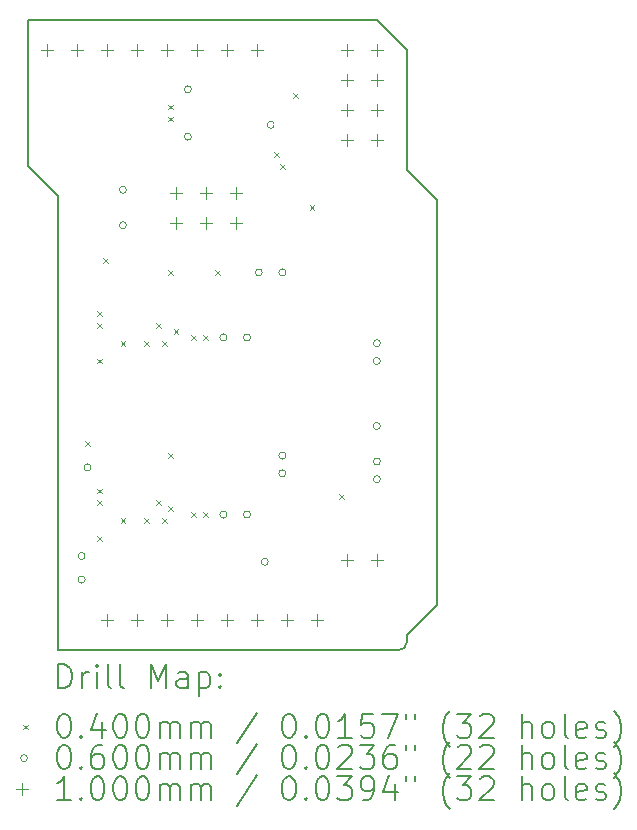
<source format=gbr>
%TF.GenerationSoftware,KiCad,Pcbnew,8.0.5*%
%TF.CreationDate,2024-09-14T16:10:26+01:00*%
%TF.ProjectId,DataShield,44617461-5368-4696-956c-642e6b696361,rev?*%
%TF.SameCoordinates,Original*%
%TF.FileFunction,Drillmap*%
%TF.FilePolarity,Positive*%
%FSLAX45Y45*%
G04 Gerber Fmt 4.5, Leading zero omitted, Abs format (unit mm)*
G04 Created by KiCad (PCBNEW 8.0.5) date 2024-09-14 16:10:26*
%MOMM*%
%LPD*%
G01*
G04 APERTURE LIST*
%ADD10C,0.150000*%
%ADD11C,0.200000*%
%ADD12C,0.100000*%
G04 APERTURE END LIST*
D10*
X16950000Y-6150000D02*
X16950000Y-10000000D01*
X19906000Y-5936000D02*
X20160000Y-6190000D01*
X20160000Y-6190000D02*
X20160000Y-9619000D01*
X16700000Y-4666000D02*
X16700000Y-5900000D01*
X19829800Y-10000000D02*
X16950000Y-10000000D01*
X16700000Y-4666000D02*
X19652000Y-4666000D01*
X20160000Y-9619000D02*
X19906000Y-9873000D01*
X19652000Y-4666000D02*
X19906000Y-4920000D01*
X19906000Y-9923800D02*
G75*
G02*
X19829800Y-10000000I-76200J0D01*
G01*
X16700000Y-5900000D02*
X16950000Y-6150000D01*
X19906000Y-4920000D02*
X19906000Y-5936000D01*
X19906000Y-9873000D02*
X19906000Y-9923800D01*
D11*
D12*
X17180000Y-8230000D02*
X17220000Y-8270000D01*
X17220000Y-8230000D02*
X17180000Y-8270000D01*
X17280000Y-7130000D02*
X17320000Y-7170000D01*
X17320000Y-7130000D02*
X17280000Y-7170000D01*
X17280000Y-7230000D02*
X17320000Y-7270000D01*
X17320000Y-7230000D02*
X17280000Y-7270000D01*
X17280000Y-7530000D02*
X17320000Y-7570000D01*
X17320000Y-7530000D02*
X17280000Y-7570000D01*
X17280000Y-8630000D02*
X17320000Y-8670000D01*
X17320000Y-8630000D02*
X17280000Y-8670000D01*
X17280000Y-8730000D02*
X17320000Y-8770000D01*
X17320000Y-8730000D02*
X17280000Y-8770000D01*
X17280000Y-9030000D02*
X17320000Y-9070000D01*
X17320000Y-9030000D02*
X17280000Y-9070000D01*
X17330000Y-6680000D02*
X17370000Y-6720000D01*
X17370000Y-6680000D02*
X17330000Y-6720000D01*
X17480000Y-7380000D02*
X17520000Y-7420000D01*
X17520000Y-7380000D02*
X17480000Y-7420000D01*
X17480000Y-8880000D02*
X17520000Y-8920000D01*
X17520000Y-8880000D02*
X17480000Y-8920000D01*
X17680000Y-7380000D02*
X17720000Y-7420000D01*
X17720000Y-7380000D02*
X17680000Y-7420000D01*
X17680000Y-8880000D02*
X17720000Y-8920000D01*
X17720000Y-8880000D02*
X17680000Y-8920000D01*
X17780000Y-7230000D02*
X17820000Y-7270000D01*
X17820000Y-7230000D02*
X17780000Y-7270000D01*
X17780000Y-8730000D02*
X17820000Y-8770000D01*
X17820000Y-8730000D02*
X17780000Y-8770000D01*
X17830000Y-7380000D02*
X17870000Y-7420000D01*
X17870000Y-7380000D02*
X17830000Y-7420000D01*
X17830000Y-8880000D02*
X17870000Y-8920000D01*
X17870000Y-8880000D02*
X17830000Y-8920000D01*
X17880000Y-5380000D02*
X17920000Y-5420000D01*
X17920000Y-5380000D02*
X17880000Y-5420000D01*
X17880000Y-5480000D02*
X17920000Y-5520000D01*
X17920000Y-5480000D02*
X17880000Y-5520000D01*
X17880000Y-6780000D02*
X17920000Y-6820000D01*
X17920000Y-6780000D02*
X17880000Y-6820000D01*
X17880000Y-8330000D02*
X17920000Y-8370000D01*
X17920000Y-8330000D02*
X17880000Y-8370000D01*
X17880000Y-8780000D02*
X17920000Y-8820000D01*
X17920000Y-8780000D02*
X17880000Y-8820000D01*
X17930000Y-7280000D02*
X17970000Y-7320000D01*
X17970000Y-7280000D02*
X17930000Y-7320000D01*
X18080000Y-7330000D02*
X18120000Y-7370000D01*
X18120000Y-7330000D02*
X18080000Y-7370000D01*
X18080000Y-8830000D02*
X18120000Y-8870000D01*
X18120000Y-8830000D02*
X18080000Y-8870000D01*
X18180000Y-7330000D02*
X18220000Y-7370000D01*
X18220000Y-7330000D02*
X18180000Y-7370000D01*
X18180000Y-8830000D02*
X18220000Y-8870000D01*
X18220000Y-8830000D02*
X18180000Y-8870000D01*
X18280000Y-6780000D02*
X18320000Y-6820000D01*
X18320000Y-6780000D02*
X18280000Y-6820000D01*
X18780000Y-5780000D02*
X18820000Y-5820000D01*
X18820000Y-5780000D02*
X18780000Y-5820000D01*
X18830000Y-5880000D02*
X18870000Y-5920000D01*
X18870000Y-5880000D02*
X18830000Y-5920000D01*
X18940000Y-5280000D02*
X18980000Y-5320000D01*
X18980000Y-5280000D02*
X18940000Y-5320000D01*
X19080000Y-6230000D02*
X19120000Y-6270000D01*
X19120000Y-6230000D02*
X19080000Y-6270000D01*
X19330000Y-8680000D02*
X19370000Y-8720000D01*
X19370000Y-8680000D02*
X19330000Y-8720000D01*
X17180000Y-9200000D02*
G75*
G02*
X17120000Y-9200000I-30000J0D01*
G01*
X17120000Y-9200000D02*
G75*
G02*
X17180000Y-9200000I30000J0D01*
G01*
X17180000Y-9400000D02*
G75*
G02*
X17120000Y-9400000I-30000J0D01*
G01*
X17120000Y-9400000D02*
G75*
G02*
X17180000Y-9400000I30000J0D01*
G01*
X17230000Y-8450000D02*
G75*
G02*
X17170000Y-8450000I-30000J0D01*
G01*
X17170000Y-8450000D02*
G75*
G02*
X17230000Y-8450000I30000J0D01*
G01*
X17530000Y-6100000D02*
G75*
G02*
X17470000Y-6100000I-30000J0D01*
G01*
X17470000Y-6100000D02*
G75*
G02*
X17530000Y-6100000I30000J0D01*
G01*
X17530000Y-6400000D02*
G75*
G02*
X17470000Y-6400000I-30000J0D01*
G01*
X17470000Y-6400000D02*
G75*
G02*
X17530000Y-6400000I30000J0D01*
G01*
X18080000Y-5250000D02*
G75*
G02*
X18020000Y-5250000I-30000J0D01*
G01*
X18020000Y-5250000D02*
G75*
G02*
X18080000Y-5250000I30000J0D01*
G01*
X18080000Y-5650000D02*
G75*
G02*
X18020000Y-5650000I-30000J0D01*
G01*
X18020000Y-5650000D02*
G75*
G02*
X18080000Y-5650000I30000J0D01*
G01*
X18380000Y-7350000D02*
G75*
G02*
X18320000Y-7350000I-30000J0D01*
G01*
X18320000Y-7350000D02*
G75*
G02*
X18380000Y-7350000I30000J0D01*
G01*
X18380000Y-8850000D02*
G75*
G02*
X18320000Y-8850000I-30000J0D01*
G01*
X18320000Y-8850000D02*
G75*
G02*
X18380000Y-8850000I30000J0D01*
G01*
X18580000Y-7350000D02*
G75*
G02*
X18520000Y-7350000I-30000J0D01*
G01*
X18520000Y-7350000D02*
G75*
G02*
X18580000Y-7350000I30000J0D01*
G01*
X18580000Y-8850000D02*
G75*
G02*
X18520000Y-8850000I-30000J0D01*
G01*
X18520000Y-8850000D02*
G75*
G02*
X18580000Y-8850000I30000J0D01*
G01*
X18680000Y-6800000D02*
G75*
G02*
X18620000Y-6800000I-30000J0D01*
G01*
X18620000Y-6800000D02*
G75*
G02*
X18680000Y-6800000I30000J0D01*
G01*
X18730000Y-9250000D02*
G75*
G02*
X18670000Y-9250000I-30000J0D01*
G01*
X18670000Y-9250000D02*
G75*
G02*
X18730000Y-9250000I30000J0D01*
G01*
X18780000Y-5550000D02*
G75*
G02*
X18720000Y-5550000I-30000J0D01*
G01*
X18720000Y-5550000D02*
G75*
G02*
X18780000Y-5550000I30000J0D01*
G01*
X18880000Y-6800000D02*
G75*
G02*
X18820000Y-6800000I-30000J0D01*
G01*
X18820000Y-6800000D02*
G75*
G02*
X18880000Y-6800000I30000J0D01*
G01*
X18880000Y-8350000D02*
G75*
G02*
X18820000Y-8350000I-30000J0D01*
G01*
X18820000Y-8350000D02*
G75*
G02*
X18880000Y-8350000I30000J0D01*
G01*
X18880000Y-8500000D02*
G75*
G02*
X18820000Y-8500000I-30000J0D01*
G01*
X18820000Y-8500000D02*
G75*
G02*
X18880000Y-8500000I30000J0D01*
G01*
X19680000Y-7400000D02*
G75*
G02*
X19620000Y-7400000I-30000J0D01*
G01*
X19620000Y-7400000D02*
G75*
G02*
X19680000Y-7400000I30000J0D01*
G01*
X19680000Y-7550000D02*
G75*
G02*
X19620000Y-7550000I-30000J0D01*
G01*
X19620000Y-7550000D02*
G75*
G02*
X19680000Y-7550000I30000J0D01*
G01*
X19680000Y-8100000D02*
G75*
G02*
X19620000Y-8100000I-30000J0D01*
G01*
X19620000Y-8100000D02*
G75*
G02*
X19680000Y-8100000I30000J0D01*
G01*
X19680000Y-8400000D02*
G75*
G02*
X19620000Y-8400000I-30000J0D01*
G01*
X19620000Y-8400000D02*
G75*
G02*
X19680000Y-8400000I30000J0D01*
G01*
X19680000Y-8550000D02*
G75*
G02*
X19620000Y-8550000I-30000J0D01*
G01*
X19620000Y-8550000D02*
G75*
G02*
X19680000Y-8550000I30000J0D01*
G01*
X16858000Y-4870000D02*
X16858000Y-4970000D01*
X16808000Y-4920000D02*
X16908000Y-4920000D01*
X17112000Y-4870000D02*
X17112000Y-4970000D01*
X17062000Y-4920000D02*
X17162000Y-4920000D01*
X17366000Y-4870000D02*
X17366000Y-4970000D01*
X17316000Y-4920000D02*
X17416000Y-4920000D01*
X17366000Y-9696000D02*
X17366000Y-9796000D01*
X17316000Y-9746000D02*
X17416000Y-9746000D01*
X17620000Y-4870000D02*
X17620000Y-4970000D01*
X17570000Y-4920000D02*
X17670000Y-4920000D01*
X17620000Y-9696000D02*
X17620000Y-9796000D01*
X17570000Y-9746000D02*
X17670000Y-9746000D01*
X17874000Y-4870000D02*
X17874000Y-4970000D01*
X17824000Y-4920000D02*
X17924000Y-4920000D01*
X17874000Y-9696000D02*
X17874000Y-9796000D01*
X17824000Y-9746000D02*
X17924000Y-9746000D01*
X17946500Y-6074750D02*
X17946500Y-6174750D01*
X17896500Y-6124750D02*
X17996500Y-6124750D01*
X17946500Y-6328750D02*
X17946500Y-6428750D01*
X17896500Y-6378750D02*
X17996500Y-6378750D01*
X18128000Y-4870000D02*
X18128000Y-4970000D01*
X18078000Y-4920000D02*
X18178000Y-4920000D01*
X18128000Y-9696000D02*
X18128000Y-9796000D01*
X18078000Y-9746000D02*
X18178000Y-9746000D01*
X18200500Y-6074750D02*
X18200500Y-6174750D01*
X18150500Y-6124750D02*
X18250500Y-6124750D01*
X18200500Y-6328750D02*
X18200500Y-6428750D01*
X18150500Y-6378750D02*
X18250500Y-6378750D01*
X18382000Y-4870000D02*
X18382000Y-4970000D01*
X18332000Y-4920000D02*
X18432000Y-4920000D01*
X18382000Y-9696000D02*
X18382000Y-9796000D01*
X18332000Y-9746000D02*
X18432000Y-9746000D01*
X18454500Y-6074750D02*
X18454500Y-6174750D01*
X18404500Y-6124750D02*
X18504500Y-6124750D01*
X18454500Y-6328750D02*
X18454500Y-6428750D01*
X18404500Y-6378750D02*
X18504500Y-6378750D01*
X18636000Y-4870000D02*
X18636000Y-4970000D01*
X18586000Y-4920000D02*
X18686000Y-4920000D01*
X18636000Y-9696000D02*
X18636000Y-9796000D01*
X18586000Y-9746000D02*
X18686000Y-9746000D01*
X18890000Y-9696000D02*
X18890000Y-9796000D01*
X18840000Y-9746000D02*
X18940000Y-9746000D01*
X19144000Y-9696000D02*
X19144000Y-9796000D01*
X19094000Y-9746000D02*
X19194000Y-9746000D01*
X19398000Y-4870000D02*
X19398000Y-4970000D01*
X19348000Y-4920000D02*
X19448000Y-4920000D01*
X19398000Y-5124000D02*
X19398000Y-5224000D01*
X19348000Y-5174000D02*
X19448000Y-5174000D01*
X19398000Y-5378000D02*
X19398000Y-5478000D01*
X19348000Y-5428000D02*
X19448000Y-5428000D01*
X19398000Y-5632000D02*
X19398000Y-5732000D01*
X19348000Y-5682000D02*
X19448000Y-5682000D01*
X19398000Y-9188000D02*
X19398000Y-9288000D01*
X19348000Y-9238000D02*
X19448000Y-9238000D01*
X19652000Y-4870000D02*
X19652000Y-4970000D01*
X19602000Y-4920000D02*
X19702000Y-4920000D01*
X19652000Y-5124000D02*
X19652000Y-5224000D01*
X19602000Y-5174000D02*
X19702000Y-5174000D01*
X19652000Y-5378000D02*
X19652000Y-5478000D01*
X19602000Y-5428000D02*
X19702000Y-5428000D01*
X19652000Y-5632000D02*
X19652000Y-5732000D01*
X19602000Y-5682000D02*
X19702000Y-5682000D01*
X19652000Y-9188000D02*
X19652000Y-9288000D01*
X19602000Y-9238000D02*
X19702000Y-9238000D01*
D11*
X16953277Y-10318984D02*
X16953277Y-10118984D01*
X16953277Y-10118984D02*
X17000896Y-10118984D01*
X17000896Y-10118984D02*
X17029467Y-10128508D01*
X17029467Y-10128508D02*
X17048515Y-10147555D01*
X17048515Y-10147555D02*
X17058039Y-10166603D01*
X17058039Y-10166603D02*
X17067563Y-10204698D01*
X17067563Y-10204698D02*
X17067563Y-10233270D01*
X17067563Y-10233270D02*
X17058039Y-10271365D01*
X17058039Y-10271365D02*
X17048515Y-10290412D01*
X17048515Y-10290412D02*
X17029467Y-10309460D01*
X17029467Y-10309460D02*
X17000896Y-10318984D01*
X17000896Y-10318984D02*
X16953277Y-10318984D01*
X17153277Y-10318984D02*
X17153277Y-10185650D01*
X17153277Y-10223746D02*
X17162801Y-10204698D01*
X17162801Y-10204698D02*
X17172324Y-10195174D01*
X17172324Y-10195174D02*
X17191372Y-10185650D01*
X17191372Y-10185650D02*
X17210420Y-10185650D01*
X17277086Y-10318984D02*
X17277086Y-10185650D01*
X17277086Y-10118984D02*
X17267563Y-10128508D01*
X17267563Y-10128508D02*
X17277086Y-10138031D01*
X17277086Y-10138031D02*
X17286610Y-10128508D01*
X17286610Y-10128508D02*
X17277086Y-10118984D01*
X17277086Y-10118984D02*
X17277086Y-10138031D01*
X17400896Y-10318984D02*
X17381848Y-10309460D01*
X17381848Y-10309460D02*
X17372324Y-10290412D01*
X17372324Y-10290412D02*
X17372324Y-10118984D01*
X17505658Y-10318984D02*
X17486610Y-10309460D01*
X17486610Y-10309460D02*
X17477086Y-10290412D01*
X17477086Y-10290412D02*
X17477086Y-10118984D01*
X17734229Y-10318984D02*
X17734229Y-10118984D01*
X17734229Y-10118984D02*
X17800896Y-10261841D01*
X17800896Y-10261841D02*
X17867563Y-10118984D01*
X17867563Y-10118984D02*
X17867563Y-10318984D01*
X18048515Y-10318984D02*
X18048515Y-10214222D01*
X18048515Y-10214222D02*
X18038991Y-10195174D01*
X18038991Y-10195174D02*
X18019944Y-10185650D01*
X18019944Y-10185650D02*
X17981848Y-10185650D01*
X17981848Y-10185650D02*
X17962801Y-10195174D01*
X18048515Y-10309460D02*
X18029467Y-10318984D01*
X18029467Y-10318984D02*
X17981848Y-10318984D01*
X17981848Y-10318984D02*
X17962801Y-10309460D01*
X17962801Y-10309460D02*
X17953277Y-10290412D01*
X17953277Y-10290412D02*
X17953277Y-10271365D01*
X17953277Y-10271365D02*
X17962801Y-10252317D01*
X17962801Y-10252317D02*
X17981848Y-10242793D01*
X17981848Y-10242793D02*
X18029467Y-10242793D01*
X18029467Y-10242793D02*
X18048515Y-10233270D01*
X18143753Y-10185650D02*
X18143753Y-10385650D01*
X18143753Y-10195174D02*
X18162801Y-10185650D01*
X18162801Y-10185650D02*
X18200896Y-10185650D01*
X18200896Y-10185650D02*
X18219944Y-10195174D01*
X18219944Y-10195174D02*
X18229467Y-10204698D01*
X18229467Y-10204698D02*
X18238991Y-10223746D01*
X18238991Y-10223746D02*
X18238991Y-10280889D01*
X18238991Y-10280889D02*
X18229467Y-10299936D01*
X18229467Y-10299936D02*
X18219944Y-10309460D01*
X18219944Y-10309460D02*
X18200896Y-10318984D01*
X18200896Y-10318984D02*
X18162801Y-10318984D01*
X18162801Y-10318984D02*
X18143753Y-10309460D01*
X18324705Y-10299936D02*
X18334229Y-10309460D01*
X18334229Y-10309460D02*
X18324705Y-10318984D01*
X18324705Y-10318984D02*
X18315182Y-10309460D01*
X18315182Y-10309460D02*
X18324705Y-10299936D01*
X18324705Y-10299936D02*
X18324705Y-10318984D01*
X18324705Y-10195174D02*
X18334229Y-10204698D01*
X18334229Y-10204698D02*
X18324705Y-10214222D01*
X18324705Y-10214222D02*
X18315182Y-10204698D01*
X18315182Y-10204698D02*
X18324705Y-10195174D01*
X18324705Y-10195174D02*
X18324705Y-10214222D01*
D12*
X16652500Y-10627500D02*
X16692500Y-10667500D01*
X16692500Y-10627500D02*
X16652500Y-10667500D01*
D11*
X16991372Y-10538984D02*
X17010420Y-10538984D01*
X17010420Y-10538984D02*
X17029467Y-10548508D01*
X17029467Y-10548508D02*
X17038991Y-10558031D01*
X17038991Y-10558031D02*
X17048515Y-10577079D01*
X17048515Y-10577079D02*
X17058039Y-10615174D01*
X17058039Y-10615174D02*
X17058039Y-10662793D01*
X17058039Y-10662793D02*
X17048515Y-10700889D01*
X17048515Y-10700889D02*
X17038991Y-10719936D01*
X17038991Y-10719936D02*
X17029467Y-10729460D01*
X17029467Y-10729460D02*
X17010420Y-10738984D01*
X17010420Y-10738984D02*
X16991372Y-10738984D01*
X16991372Y-10738984D02*
X16972324Y-10729460D01*
X16972324Y-10729460D02*
X16962801Y-10719936D01*
X16962801Y-10719936D02*
X16953277Y-10700889D01*
X16953277Y-10700889D02*
X16943753Y-10662793D01*
X16943753Y-10662793D02*
X16943753Y-10615174D01*
X16943753Y-10615174D02*
X16953277Y-10577079D01*
X16953277Y-10577079D02*
X16962801Y-10558031D01*
X16962801Y-10558031D02*
X16972324Y-10548508D01*
X16972324Y-10548508D02*
X16991372Y-10538984D01*
X17143753Y-10719936D02*
X17153277Y-10729460D01*
X17153277Y-10729460D02*
X17143753Y-10738984D01*
X17143753Y-10738984D02*
X17134229Y-10729460D01*
X17134229Y-10729460D02*
X17143753Y-10719936D01*
X17143753Y-10719936D02*
X17143753Y-10738984D01*
X17324705Y-10605650D02*
X17324705Y-10738984D01*
X17277086Y-10529460D02*
X17229467Y-10672317D01*
X17229467Y-10672317D02*
X17353277Y-10672317D01*
X17467563Y-10538984D02*
X17486610Y-10538984D01*
X17486610Y-10538984D02*
X17505658Y-10548508D01*
X17505658Y-10548508D02*
X17515182Y-10558031D01*
X17515182Y-10558031D02*
X17524705Y-10577079D01*
X17524705Y-10577079D02*
X17534229Y-10615174D01*
X17534229Y-10615174D02*
X17534229Y-10662793D01*
X17534229Y-10662793D02*
X17524705Y-10700889D01*
X17524705Y-10700889D02*
X17515182Y-10719936D01*
X17515182Y-10719936D02*
X17505658Y-10729460D01*
X17505658Y-10729460D02*
X17486610Y-10738984D01*
X17486610Y-10738984D02*
X17467563Y-10738984D01*
X17467563Y-10738984D02*
X17448515Y-10729460D01*
X17448515Y-10729460D02*
X17438991Y-10719936D01*
X17438991Y-10719936D02*
X17429467Y-10700889D01*
X17429467Y-10700889D02*
X17419944Y-10662793D01*
X17419944Y-10662793D02*
X17419944Y-10615174D01*
X17419944Y-10615174D02*
X17429467Y-10577079D01*
X17429467Y-10577079D02*
X17438991Y-10558031D01*
X17438991Y-10558031D02*
X17448515Y-10548508D01*
X17448515Y-10548508D02*
X17467563Y-10538984D01*
X17658039Y-10538984D02*
X17677086Y-10538984D01*
X17677086Y-10538984D02*
X17696134Y-10548508D01*
X17696134Y-10548508D02*
X17705658Y-10558031D01*
X17705658Y-10558031D02*
X17715182Y-10577079D01*
X17715182Y-10577079D02*
X17724705Y-10615174D01*
X17724705Y-10615174D02*
X17724705Y-10662793D01*
X17724705Y-10662793D02*
X17715182Y-10700889D01*
X17715182Y-10700889D02*
X17705658Y-10719936D01*
X17705658Y-10719936D02*
X17696134Y-10729460D01*
X17696134Y-10729460D02*
X17677086Y-10738984D01*
X17677086Y-10738984D02*
X17658039Y-10738984D01*
X17658039Y-10738984D02*
X17638991Y-10729460D01*
X17638991Y-10729460D02*
X17629467Y-10719936D01*
X17629467Y-10719936D02*
X17619944Y-10700889D01*
X17619944Y-10700889D02*
X17610420Y-10662793D01*
X17610420Y-10662793D02*
X17610420Y-10615174D01*
X17610420Y-10615174D02*
X17619944Y-10577079D01*
X17619944Y-10577079D02*
X17629467Y-10558031D01*
X17629467Y-10558031D02*
X17638991Y-10548508D01*
X17638991Y-10548508D02*
X17658039Y-10538984D01*
X17810420Y-10738984D02*
X17810420Y-10605650D01*
X17810420Y-10624698D02*
X17819944Y-10615174D01*
X17819944Y-10615174D02*
X17838991Y-10605650D01*
X17838991Y-10605650D02*
X17867563Y-10605650D01*
X17867563Y-10605650D02*
X17886610Y-10615174D01*
X17886610Y-10615174D02*
X17896134Y-10634222D01*
X17896134Y-10634222D02*
X17896134Y-10738984D01*
X17896134Y-10634222D02*
X17905658Y-10615174D01*
X17905658Y-10615174D02*
X17924705Y-10605650D01*
X17924705Y-10605650D02*
X17953277Y-10605650D01*
X17953277Y-10605650D02*
X17972325Y-10615174D01*
X17972325Y-10615174D02*
X17981848Y-10634222D01*
X17981848Y-10634222D02*
X17981848Y-10738984D01*
X18077086Y-10738984D02*
X18077086Y-10605650D01*
X18077086Y-10624698D02*
X18086610Y-10615174D01*
X18086610Y-10615174D02*
X18105658Y-10605650D01*
X18105658Y-10605650D02*
X18134229Y-10605650D01*
X18134229Y-10605650D02*
X18153277Y-10615174D01*
X18153277Y-10615174D02*
X18162801Y-10634222D01*
X18162801Y-10634222D02*
X18162801Y-10738984D01*
X18162801Y-10634222D02*
X18172325Y-10615174D01*
X18172325Y-10615174D02*
X18191372Y-10605650D01*
X18191372Y-10605650D02*
X18219944Y-10605650D01*
X18219944Y-10605650D02*
X18238991Y-10615174D01*
X18238991Y-10615174D02*
X18248515Y-10634222D01*
X18248515Y-10634222D02*
X18248515Y-10738984D01*
X18638991Y-10529460D02*
X18467563Y-10786603D01*
X18896134Y-10538984D02*
X18915182Y-10538984D01*
X18915182Y-10538984D02*
X18934229Y-10548508D01*
X18934229Y-10548508D02*
X18943753Y-10558031D01*
X18943753Y-10558031D02*
X18953277Y-10577079D01*
X18953277Y-10577079D02*
X18962801Y-10615174D01*
X18962801Y-10615174D02*
X18962801Y-10662793D01*
X18962801Y-10662793D02*
X18953277Y-10700889D01*
X18953277Y-10700889D02*
X18943753Y-10719936D01*
X18943753Y-10719936D02*
X18934229Y-10729460D01*
X18934229Y-10729460D02*
X18915182Y-10738984D01*
X18915182Y-10738984D02*
X18896134Y-10738984D01*
X18896134Y-10738984D02*
X18877087Y-10729460D01*
X18877087Y-10729460D02*
X18867563Y-10719936D01*
X18867563Y-10719936D02*
X18858039Y-10700889D01*
X18858039Y-10700889D02*
X18848515Y-10662793D01*
X18848515Y-10662793D02*
X18848515Y-10615174D01*
X18848515Y-10615174D02*
X18858039Y-10577079D01*
X18858039Y-10577079D02*
X18867563Y-10558031D01*
X18867563Y-10558031D02*
X18877087Y-10548508D01*
X18877087Y-10548508D02*
X18896134Y-10538984D01*
X19048515Y-10719936D02*
X19058039Y-10729460D01*
X19058039Y-10729460D02*
X19048515Y-10738984D01*
X19048515Y-10738984D02*
X19038991Y-10729460D01*
X19038991Y-10729460D02*
X19048515Y-10719936D01*
X19048515Y-10719936D02*
X19048515Y-10738984D01*
X19181848Y-10538984D02*
X19200896Y-10538984D01*
X19200896Y-10538984D02*
X19219944Y-10548508D01*
X19219944Y-10548508D02*
X19229468Y-10558031D01*
X19229468Y-10558031D02*
X19238991Y-10577079D01*
X19238991Y-10577079D02*
X19248515Y-10615174D01*
X19248515Y-10615174D02*
X19248515Y-10662793D01*
X19248515Y-10662793D02*
X19238991Y-10700889D01*
X19238991Y-10700889D02*
X19229468Y-10719936D01*
X19229468Y-10719936D02*
X19219944Y-10729460D01*
X19219944Y-10729460D02*
X19200896Y-10738984D01*
X19200896Y-10738984D02*
X19181848Y-10738984D01*
X19181848Y-10738984D02*
X19162801Y-10729460D01*
X19162801Y-10729460D02*
X19153277Y-10719936D01*
X19153277Y-10719936D02*
X19143753Y-10700889D01*
X19143753Y-10700889D02*
X19134229Y-10662793D01*
X19134229Y-10662793D02*
X19134229Y-10615174D01*
X19134229Y-10615174D02*
X19143753Y-10577079D01*
X19143753Y-10577079D02*
X19153277Y-10558031D01*
X19153277Y-10558031D02*
X19162801Y-10548508D01*
X19162801Y-10548508D02*
X19181848Y-10538984D01*
X19438991Y-10738984D02*
X19324706Y-10738984D01*
X19381848Y-10738984D02*
X19381848Y-10538984D01*
X19381848Y-10538984D02*
X19362801Y-10567555D01*
X19362801Y-10567555D02*
X19343753Y-10586603D01*
X19343753Y-10586603D02*
X19324706Y-10596127D01*
X19619944Y-10538984D02*
X19524706Y-10538984D01*
X19524706Y-10538984D02*
X19515182Y-10634222D01*
X19515182Y-10634222D02*
X19524706Y-10624698D01*
X19524706Y-10624698D02*
X19543753Y-10615174D01*
X19543753Y-10615174D02*
X19591372Y-10615174D01*
X19591372Y-10615174D02*
X19610420Y-10624698D01*
X19610420Y-10624698D02*
X19619944Y-10634222D01*
X19619944Y-10634222D02*
X19629468Y-10653270D01*
X19629468Y-10653270D02*
X19629468Y-10700889D01*
X19629468Y-10700889D02*
X19619944Y-10719936D01*
X19619944Y-10719936D02*
X19610420Y-10729460D01*
X19610420Y-10729460D02*
X19591372Y-10738984D01*
X19591372Y-10738984D02*
X19543753Y-10738984D01*
X19543753Y-10738984D02*
X19524706Y-10729460D01*
X19524706Y-10729460D02*
X19515182Y-10719936D01*
X19696134Y-10538984D02*
X19829468Y-10538984D01*
X19829468Y-10538984D02*
X19743753Y-10738984D01*
X19896134Y-10538984D02*
X19896134Y-10577079D01*
X19972325Y-10538984D02*
X19972325Y-10577079D01*
X20267563Y-10815174D02*
X20258039Y-10805650D01*
X20258039Y-10805650D02*
X20238991Y-10777079D01*
X20238991Y-10777079D02*
X20229468Y-10758031D01*
X20229468Y-10758031D02*
X20219944Y-10729460D01*
X20219944Y-10729460D02*
X20210420Y-10681841D01*
X20210420Y-10681841D02*
X20210420Y-10643746D01*
X20210420Y-10643746D02*
X20219944Y-10596127D01*
X20219944Y-10596127D02*
X20229468Y-10567555D01*
X20229468Y-10567555D02*
X20238991Y-10548508D01*
X20238991Y-10548508D02*
X20258039Y-10519936D01*
X20258039Y-10519936D02*
X20267563Y-10510412D01*
X20324706Y-10538984D02*
X20448515Y-10538984D01*
X20448515Y-10538984D02*
X20381849Y-10615174D01*
X20381849Y-10615174D02*
X20410420Y-10615174D01*
X20410420Y-10615174D02*
X20429468Y-10624698D01*
X20429468Y-10624698D02*
X20438991Y-10634222D01*
X20438991Y-10634222D02*
X20448515Y-10653270D01*
X20448515Y-10653270D02*
X20448515Y-10700889D01*
X20448515Y-10700889D02*
X20438991Y-10719936D01*
X20438991Y-10719936D02*
X20429468Y-10729460D01*
X20429468Y-10729460D02*
X20410420Y-10738984D01*
X20410420Y-10738984D02*
X20353277Y-10738984D01*
X20353277Y-10738984D02*
X20334230Y-10729460D01*
X20334230Y-10729460D02*
X20324706Y-10719936D01*
X20524706Y-10558031D02*
X20534230Y-10548508D01*
X20534230Y-10548508D02*
X20553277Y-10538984D01*
X20553277Y-10538984D02*
X20600896Y-10538984D01*
X20600896Y-10538984D02*
X20619944Y-10548508D01*
X20619944Y-10548508D02*
X20629468Y-10558031D01*
X20629468Y-10558031D02*
X20638991Y-10577079D01*
X20638991Y-10577079D02*
X20638991Y-10596127D01*
X20638991Y-10596127D02*
X20629468Y-10624698D01*
X20629468Y-10624698D02*
X20515182Y-10738984D01*
X20515182Y-10738984D02*
X20638991Y-10738984D01*
X20877087Y-10738984D02*
X20877087Y-10538984D01*
X20962801Y-10738984D02*
X20962801Y-10634222D01*
X20962801Y-10634222D02*
X20953277Y-10615174D01*
X20953277Y-10615174D02*
X20934230Y-10605650D01*
X20934230Y-10605650D02*
X20905658Y-10605650D01*
X20905658Y-10605650D02*
X20886611Y-10615174D01*
X20886611Y-10615174D02*
X20877087Y-10624698D01*
X21086611Y-10738984D02*
X21067563Y-10729460D01*
X21067563Y-10729460D02*
X21058039Y-10719936D01*
X21058039Y-10719936D02*
X21048515Y-10700889D01*
X21048515Y-10700889D02*
X21048515Y-10643746D01*
X21048515Y-10643746D02*
X21058039Y-10624698D01*
X21058039Y-10624698D02*
X21067563Y-10615174D01*
X21067563Y-10615174D02*
X21086611Y-10605650D01*
X21086611Y-10605650D02*
X21115182Y-10605650D01*
X21115182Y-10605650D02*
X21134230Y-10615174D01*
X21134230Y-10615174D02*
X21143753Y-10624698D01*
X21143753Y-10624698D02*
X21153277Y-10643746D01*
X21153277Y-10643746D02*
X21153277Y-10700889D01*
X21153277Y-10700889D02*
X21143753Y-10719936D01*
X21143753Y-10719936D02*
X21134230Y-10729460D01*
X21134230Y-10729460D02*
X21115182Y-10738984D01*
X21115182Y-10738984D02*
X21086611Y-10738984D01*
X21267563Y-10738984D02*
X21248515Y-10729460D01*
X21248515Y-10729460D02*
X21238992Y-10710412D01*
X21238992Y-10710412D02*
X21238992Y-10538984D01*
X21419944Y-10729460D02*
X21400896Y-10738984D01*
X21400896Y-10738984D02*
X21362801Y-10738984D01*
X21362801Y-10738984D02*
X21343753Y-10729460D01*
X21343753Y-10729460D02*
X21334230Y-10710412D01*
X21334230Y-10710412D02*
X21334230Y-10634222D01*
X21334230Y-10634222D02*
X21343753Y-10615174D01*
X21343753Y-10615174D02*
X21362801Y-10605650D01*
X21362801Y-10605650D02*
X21400896Y-10605650D01*
X21400896Y-10605650D02*
X21419944Y-10615174D01*
X21419944Y-10615174D02*
X21429468Y-10634222D01*
X21429468Y-10634222D02*
X21429468Y-10653270D01*
X21429468Y-10653270D02*
X21334230Y-10672317D01*
X21505658Y-10729460D02*
X21524706Y-10738984D01*
X21524706Y-10738984D02*
X21562801Y-10738984D01*
X21562801Y-10738984D02*
X21581849Y-10729460D01*
X21581849Y-10729460D02*
X21591373Y-10710412D01*
X21591373Y-10710412D02*
X21591373Y-10700889D01*
X21591373Y-10700889D02*
X21581849Y-10681841D01*
X21581849Y-10681841D02*
X21562801Y-10672317D01*
X21562801Y-10672317D02*
X21534230Y-10672317D01*
X21534230Y-10672317D02*
X21515182Y-10662793D01*
X21515182Y-10662793D02*
X21505658Y-10643746D01*
X21505658Y-10643746D02*
X21505658Y-10634222D01*
X21505658Y-10634222D02*
X21515182Y-10615174D01*
X21515182Y-10615174D02*
X21534230Y-10605650D01*
X21534230Y-10605650D02*
X21562801Y-10605650D01*
X21562801Y-10605650D02*
X21581849Y-10615174D01*
X21658039Y-10815174D02*
X21667563Y-10805650D01*
X21667563Y-10805650D02*
X21686611Y-10777079D01*
X21686611Y-10777079D02*
X21696134Y-10758031D01*
X21696134Y-10758031D02*
X21705658Y-10729460D01*
X21705658Y-10729460D02*
X21715182Y-10681841D01*
X21715182Y-10681841D02*
X21715182Y-10643746D01*
X21715182Y-10643746D02*
X21705658Y-10596127D01*
X21705658Y-10596127D02*
X21696134Y-10567555D01*
X21696134Y-10567555D02*
X21686611Y-10548508D01*
X21686611Y-10548508D02*
X21667563Y-10519936D01*
X21667563Y-10519936D02*
X21658039Y-10510412D01*
D12*
X16692500Y-10911500D02*
G75*
G02*
X16632500Y-10911500I-30000J0D01*
G01*
X16632500Y-10911500D02*
G75*
G02*
X16692500Y-10911500I30000J0D01*
G01*
D11*
X16991372Y-10802984D02*
X17010420Y-10802984D01*
X17010420Y-10802984D02*
X17029467Y-10812508D01*
X17029467Y-10812508D02*
X17038991Y-10822031D01*
X17038991Y-10822031D02*
X17048515Y-10841079D01*
X17048515Y-10841079D02*
X17058039Y-10879174D01*
X17058039Y-10879174D02*
X17058039Y-10926793D01*
X17058039Y-10926793D02*
X17048515Y-10964889D01*
X17048515Y-10964889D02*
X17038991Y-10983936D01*
X17038991Y-10983936D02*
X17029467Y-10993460D01*
X17029467Y-10993460D02*
X17010420Y-11002984D01*
X17010420Y-11002984D02*
X16991372Y-11002984D01*
X16991372Y-11002984D02*
X16972324Y-10993460D01*
X16972324Y-10993460D02*
X16962801Y-10983936D01*
X16962801Y-10983936D02*
X16953277Y-10964889D01*
X16953277Y-10964889D02*
X16943753Y-10926793D01*
X16943753Y-10926793D02*
X16943753Y-10879174D01*
X16943753Y-10879174D02*
X16953277Y-10841079D01*
X16953277Y-10841079D02*
X16962801Y-10822031D01*
X16962801Y-10822031D02*
X16972324Y-10812508D01*
X16972324Y-10812508D02*
X16991372Y-10802984D01*
X17143753Y-10983936D02*
X17153277Y-10993460D01*
X17153277Y-10993460D02*
X17143753Y-11002984D01*
X17143753Y-11002984D02*
X17134229Y-10993460D01*
X17134229Y-10993460D02*
X17143753Y-10983936D01*
X17143753Y-10983936D02*
X17143753Y-11002984D01*
X17324705Y-10802984D02*
X17286610Y-10802984D01*
X17286610Y-10802984D02*
X17267563Y-10812508D01*
X17267563Y-10812508D02*
X17258039Y-10822031D01*
X17258039Y-10822031D02*
X17238991Y-10850603D01*
X17238991Y-10850603D02*
X17229467Y-10888698D01*
X17229467Y-10888698D02*
X17229467Y-10964889D01*
X17229467Y-10964889D02*
X17238991Y-10983936D01*
X17238991Y-10983936D02*
X17248515Y-10993460D01*
X17248515Y-10993460D02*
X17267563Y-11002984D01*
X17267563Y-11002984D02*
X17305658Y-11002984D01*
X17305658Y-11002984D02*
X17324705Y-10993460D01*
X17324705Y-10993460D02*
X17334229Y-10983936D01*
X17334229Y-10983936D02*
X17343753Y-10964889D01*
X17343753Y-10964889D02*
X17343753Y-10917270D01*
X17343753Y-10917270D02*
X17334229Y-10898222D01*
X17334229Y-10898222D02*
X17324705Y-10888698D01*
X17324705Y-10888698D02*
X17305658Y-10879174D01*
X17305658Y-10879174D02*
X17267563Y-10879174D01*
X17267563Y-10879174D02*
X17248515Y-10888698D01*
X17248515Y-10888698D02*
X17238991Y-10898222D01*
X17238991Y-10898222D02*
X17229467Y-10917270D01*
X17467563Y-10802984D02*
X17486610Y-10802984D01*
X17486610Y-10802984D02*
X17505658Y-10812508D01*
X17505658Y-10812508D02*
X17515182Y-10822031D01*
X17515182Y-10822031D02*
X17524705Y-10841079D01*
X17524705Y-10841079D02*
X17534229Y-10879174D01*
X17534229Y-10879174D02*
X17534229Y-10926793D01*
X17534229Y-10926793D02*
X17524705Y-10964889D01*
X17524705Y-10964889D02*
X17515182Y-10983936D01*
X17515182Y-10983936D02*
X17505658Y-10993460D01*
X17505658Y-10993460D02*
X17486610Y-11002984D01*
X17486610Y-11002984D02*
X17467563Y-11002984D01*
X17467563Y-11002984D02*
X17448515Y-10993460D01*
X17448515Y-10993460D02*
X17438991Y-10983936D01*
X17438991Y-10983936D02*
X17429467Y-10964889D01*
X17429467Y-10964889D02*
X17419944Y-10926793D01*
X17419944Y-10926793D02*
X17419944Y-10879174D01*
X17419944Y-10879174D02*
X17429467Y-10841079D01*
X17429467Y-10841079D02*
X17438991Y-10822031D01*
X17438991Y-10822031D02*
X17448515Y-10812508D01*
X17448515Y-10812508D02*
X17467563Y-10802984D01*
X17658039Y-10802984D02*
X17677086Y-10802984D01*
X17677086Y-10802984D02*
X17696134Y-10812508D01*
X17696134Y-10812508D02*
X17705658Y-10822031D01*
X17705658Y-10822031D02*
X17715182Y-10841079D01*
X17715182Y-10841079D02*
X17724705Y-10879174D01*
X17724705Y-10879174D02*
X17724705Y-10926793D01*
X17724705Y-10926793D02*
X17715182Y-10964889D01*
X17715182Y-10964889D02*
X17705658Y-10983936D01*
X17705658Y-10983936D02*
X17696134Y-10993460D01*
X17696134Y-10993460D02*
X17677086Y-11002984D01*
X17677086Y-11002984D02*
X17658039Y-11002984D01*
X17658039Y-11002984D02*
X17638991Y-10993460D01*
X17638991Y-10993460D02*
X17629467Y-10983936D01*
X17629467Y-10983936D02*
X17619944Y-10964889D01*
X17619944Y-10964889D02*
X17610420Y-10926793D01*
X17610420Y-10926793D02*
X17610420Y-10879174D01*
X17610420Y-10879174D02*
X17619944Y-10841079D01*
X17619944Y-10841079D02*
X17629467Y-10822031D01*
X17629467Y-10822031D02*
X17638991Y-10812508D01*
X17638991Y-10812508D02*
X17658039Y-10802984D01*
X17810420Y-11002984D02*
X17810420Y-10869650D01*
X17810420Y-10888698D02*
X17819944Y-10879174D01*
X17819944Y-10879174D02*
X17838991Y-10869650D01*
X17838991Y-10869650D02*
X17867563Y-10869650D01*
X17867563Y-10869650D02*
X17886610Y-10879174D01*
X17886610Y-10879174D02*
X17896134Y-10898222D01*
X17896134Y-10898222D02*
X17896134Y-11002984D01*
X17896134Y-10898222D02*
X17905658Y-10879174D01*
X17905658Y-10879174D02*
X17924705Y-10869650D01*
X17924705Y-10869650D02*
X17953277Y-10869650D01*
X17953277Y-10869650D02*
X17972325Y-10879174D01*
X17972325Y-10879174D02*
X17981848Y-10898222D01*
X17981848Y-10898222D02*
X17981848Y-11002984D01*
X18077086Y-11002984D02*
X18077086Y-10869650D01*
X18077086Y-10888698D02*
X18086610Y-10879174D01*
X18086610Y-10879174D02*
X18105658Y-10869650D01*
X18105658Y-10869650D02*
X18134229Y-10869650D01*
X18134229Y-10869650D02*
X18153277Y-10879174D01*
X18153277Y-10879174D02*
X18162801Y-10898222D01*
X18162801Y-10898222D02*
X18162801Y-11002984D01*
X18162801Y-10898222D02*
X18172325Y-10879174D01*
X18172325Y-10879174D02*
X18191372Y-10869650D01*
X18191372Y-10869650D02*
X18219944Y-10869650D01*
X18219944Y-10869650D02*
X18238991Y-10879174D01*
X18238991Y-10879174D02*
X18248515Y-10898222D01*
X18248515Y-10898222D02*
X18248515Y-11002984D01*
X18638991Y-10793460D02*
X18467563Y-11050603D01*
X18896134Y-10802984D02*
X18915182Y-10802984D01*
X18915182Y-10802984D02*
X18934229Y-10812508D01*
X18934229Y-10812508D02*
X18943753Y-10822031D01*
X18943753Y-10822031D02*
X18953277Y-10841079D01*
X18953277Y-10841079D02*
X18962801Y-10879174D01*
X18962801Y-10879174D02*
X18962801Y-10926793D01*
X18962801Y-10926793D02*
X18953277Y-10964889D01*
X18953277Y-10964889D02*
X18943753Y-10983936D01*
X18943753Y-10983936D02*
X18934229Y-10993460D01*
X18934229Y-10993460D02*
X18915182Y-11002984D01*
X18915182Y-11002984D02*
X18896134Y-11002984D01*
X18896134Y-11002984D02*
X18877087Y-10993460D01*
X18877087Y-10993460D02*
X18867563Y-10983936D01*
X18867563Y-10983936D02*
X18858039Y-10964889D01*
X18858039Y-10964889D02*
X18848515Y-10926793D01*
X18848515Y-10926793D02*
X18848515Y-10879174D01*
X18848515Y-10879174D02*
X18858039Y-10841079D01*
X18858039Y-10841079D02*
X18867563Y-10822031D01*
X18867563Y-10822031D02*
X18877087Y-10812508D01*
X18877087Y-10812508D02*
X18896134Y-10802984D01*
X19048515Y-10983936D02*
X19058039Y-10993460D01*
X19058039Y-10993460D02*
X19048515Y-11002984D01*
X19048515Y-11002984D02*
X19038991Y-10993460D01*
X19038991Y-10993460D02*
X19048515Y-10983936D01*
X19048515Y-10983936D02*
X19048515Y-11002984D01*
X19181848Y-10802984D02*
X19200896Y-10802984D01*
X19200896Y-10802984D02*
X19219944Y-10812508D01*
X19219944Y-10812508D02*
X19229468Y-10822031D01*
X19229468Y-10822031D02*
X19238991Y-10841079D01*
X19238991Y-10841079D02*
X19248515Y-10879174D01*
X19248515Y-10879174D02*
X19248515Y-10926793D01*
X19248515Y-10926793D02*
X19238991Y-10964889D01*
X19238991Y-10964889D02*
X19229468Y-10983936D01*
X19229468Y-10983936D02*
X19219944Y-10993460D01*
X19219944Y-10993460D02*
X19200896Y-11002984D01*
X19200896Y-11002984D02*
X19181848Y-11002984D01*
X19181848Y-11002984D02*
X19162801Y-10993460D01*
X19162801Y-10993460D02*
X19153277Y-10983936D01*
X19153277Y-10983936D02*
X19143753Y-10964889D01*
X19143753Y-10964889D02*
X19134229Y-10926793D01*
X19134229Y-10926793D02*
X19134229Y-10879174D01*
X19134229Y-10879174D02*
X19143753Y-10841079D01*
X19143753Y-10841079D02*
X19153277Y-10822031D01*
X19153277Y-10822031D02*
X19162801Y-10812508D01*
X19162801Y-10812508D02*
X19181848Y-10802984D01*
X19324706Y-10822031D02*
X19334229Y-10812508D01*
X19334229Y-10812508D02*
X19353277Y-10802984D01*
X19353277Y-10802984D02*
X19400896Y-10802984D01*
X19400896Y-10802984D02*
X19419944Y-10812508D01*
X19419944Y-10812508D02*
X19429468Y-10822031D01*
X19429468Y-10822031D02*
X19438991Y-10841079D01*
X19438991Y-10841079D02*
X19438991Y-10860127D01*
X19438991Y-10860127D02*
X19429468Y-10888698D01*
X19429468Y-10888698D02*
X19315182Y-11002984D01*
X19315182Y-11002984D02*
X19438991Y-11002984D01*
X19505658Y-10802984D02*
X19629468Y-10802984D01*
X19629468Y-10802984D02*
X19562801Y-10879174D01*
X19562801Y-10879174D02*
X19591372Y-10879174D01*
X19591372Y-10879174D02*
X19610420Y-10888698D01*
X19610420Y-10888698D02*
X19619944Y-10898222D01*
X19619944Y-10898222D02*
X19629468Y-10917270D01*
X19629468Y-10917270D02*
X19629468Y-10964889D01*
X19629468Y-10964889D02*
X19619944Y-10983936D01*
X19619944Y-10983936D02*
X19610420Y-10993460D01*
X19610420Y-10993460D02*
X19591372Y-11002984D01*
X19591372Y-11002984D02*
X19534229Y-11002984D01*
X19534229Y-11002984D02*
X19515182Y-10993460D01*
X19515182Y-10993460D02*
X19505658Y-10983936D01*
X19800896Y-10802984D02*
X19762801Y-10802984D01*
X19762801Y-10802984D02*
X19743753Y-10812508D01*
X19743753Y-10812508D02*
X19734229Y-10822031D01*
X19734229Y-10822031D02*
X19715182Y-10850603D01*
X19715182Y-10850603D02*
X19705658Y-10888698D01*
X19705658Y-10888698D02*
X19705658Y-10964889D01*
X19705658Y-10964889D02*
X19715182Y-10983936D01*
X19715182Y-10983936D02*
X19724706Y-10993460D01*
X19724706Y-10993460D02*
X19743753Y-11002984D01*
X19743753Y-11002984D02*
X19781849Y-11002984D01*
X19781849Y-11002984D02*
X19800896Y-10993460D01*
X19800896Y-10993460D02*
X19810420Y-10983936D01*
X19810420Y-10983936D02*
X19819944Y-10964889D01*
X19819944Y-10964889D02*
X19819944Y-10917270D01*
X19819944Y-10917270D02*
X19810420Y-10898222D01*
X19810420Y-10898222D02*
X19800896Y-10888698D01*
X19800896Y-10888698D02*
X19781849Y-10879174D01*
X19781849Y-10879174D02*
X19743753Y-10879174D01*
X19743753Y-10879174D02*
X19724706Y-10888698D01*
X19724706Y-10888698D02*
X19715182Y-10898222D01*
X19715182Y-10898222D02*
X19705658Y-10917270D01*
X19896134Y-10802984D02*
X19896134Y-10841079D01*
X19972325Y-10802984D02*
X19972325Y-10841079D01*
X20267563Y-11079174D02*
X20258039Y-11069650D01*
X20258039Y-11069650D02*
X20238991Y-11041079D01*
X20238991Y-11041079D02*
X20229468Y-11022031D01*
X20229468Y-11022031D02*
X20219944Y-10993460D01*
X20219944Y-10993460D02*
X20210420Y-10945841D01*
X20210420Y-10945841D02*
X20210420Y-10907746D01*
X20210420Y-10907746D02*
X20219944Y-10860127D01*
X20219944Y-10860127D02*
X20229468Y-10831555D01*
X20229468Y-10831555D02*
X20238991Y-10812508D01*
X20238991Y-10812508D02*
X20258039Y-10783936D01*
X20258039Y-10783936D02*
X20267563Y-10774412D01*
X20334230Y-10822031D02*
X20343753Y-10812508D01*
X20343753Y-10812508D02*
X20362801Y-10802984D01*
X20362801Y-10802984D02*
X20410420Y-10802984D01*
X20410420Y-10802984D02*
X20429468Y-10812508D01*
X20429468Y-10812508D02*
X20438991Y-10822031D01*
X20438991Y-10822031D02*
X20448515Y-10841079D01*
X20448515Y-10841079D02*
X20448515Y-10860127D01*
X20448515Y-10860127D02*
X20438991Y-10888698D01*
X20438991Y-10888698D02*
X20324706Y-11002984D01*
X20324706Y-11002984D02*
X20448515Y-11002984D01*
X20524706Y-10822031D02*
X20534230Y-10812508D01*
X20534230Y-10812508D02*
X20553277Y-10802984D01*
X20553277Y-10802984D02*
X20600896Y-10802984D01*
X20600896Y-10802984D02*
X20619944Y-10812508D01*
X20619944Y-10812508D02*
X20629468Y-10822031D01*
X20629468Y-10822031D02*
X20638991Y-10841079D01*
X20638991Y-10841079D02*
X20638991Y-10860127D01*
X20638991Y-10860127D02*
X20629468Y-10888698D01*
X20629468Y-10888698D02*
X20515182Y-11002984D01*
X20515182Y-11002984D02*
X20638991Y-11002984D01*
X20877087Y-11002984D02*
X20877087Y-10802984D01*
X20962801Y-11002984D02*
X20962801Y-10898222D01*
X20962801Y-10898222D02*
X20953277Y-10879174D01*
X20953277Y-10879174D02*
X20934230Y-10869650D01*
X20934230Y-10869650D02*
X20905658Y-10869650D01*
X20905658Y-10869650D02*
X20886611Y-10879174D01*
X20886611Y-10879174D02*
X20877087Y-10888698D01*
X21086611Y-11002984D02*
X21067563Y-10993460D01*
X21067563Y-10993460D02*
X21058039Y-10983936D01*
X21058039Y-10983936D02*
X21048515Y-10964889D01*
X21048515Y-10964889D02*
X21048515Y-10907746D01*
X21048515Y-10907746D02*
X21058039Y-10888698D01*
X21058039Y-10888698D02*
X21067563Y-10879174D01*
X21067563Y-10879174D02*
X21086611Y-10869650D01*
X21086611Y-10869650D02*
X21115182Y-10869650D01*
X21115182Y-10869650D02*
X21134230Y-10879174D01*
X21134230Y-10879174D02*
X21143753Y-10888698D01*
X21143753Y-10888698D02*
X21153277Y-10907746D01*
X21153277Y-10907746D02*
X21153277Y-10964889D01*
X21153277Y-10964889D02*
X21143753Y-10983936D01*
X21143753Y-10983936D02*
X21134230Y-10993460D01*
X21134230Y-10993460D02*
X21115182Y-11002984D01*
X21115182Y-11002984D02*
X21086611Y-11002984D01*
X21267563Y-11002984D02*
X21248515Y-10993460D01*
X21248515Y-10993460D02*
X21238992Y-10974412D01*
X21238992Y-10974412D02*
X21238992Y-10802984D01*
X21419944Y-10993460D02*
X21400896Y-11002984D01*
X21400896Y-11002984D02*
X21362801Y-11002984D01*
X21362801Y-11002984D02*
X21343753Y-10993460D01*
X21343753Y-10993460D02*
X21334230Y-10974412D01*
X21334230Y-10974412D02*
X21334230Y-10898222D01*
X21334230Y-10898222D02*
X21343753Y-10879174D01*
X21343753Y-10879174D02*
X21362801Y-10869650D01*
X21362801Y-10869650D02*
X21400896Y-10869650D01*
X21400896Y-10869650D02*
X21419944Y-10879174D01*
X21419944Y-10879174D02*
X21429468Y-10898222D01*
X21429468Y-10898222D02*
X21429468Y-10917270D01*
X21429468Y-10917270D02*
X21334230Y-10936317D01*
X21505658Y-10993460D02*
X21524706Y-11002984D01*
X21524706Y-11002984D02*
X21562801Y-11002984D01*
X21562801Y-11002984D02*
X21581849Y-10993460D01*
X21581849Y-10993460D02*
X21591373Y-10974412D01*
X21591373Y-10974412D02*
X21591373Y-10964889D01*
X21591373Y-10964889D02*
X21581849Y-10945841D01*
X21581849Y-10945841D02*
X21562801Y-10936317D01*
X21562801Y-10936317D02*
X21534230Y-10936317D01*
X21534230Y-10936317D02*
X21515182Y-10926793D01*
X21515182Y-10926793D02*
X21505658Y-10907746D01*
X21505658Y-10907746D02*
X21505658Y-10898222D01*
X21505658Y-10898222D02*
X21515182Y-10879174D01*
X21515182Y-10879174D02*
X21534230Y-10869650D01*
X21534230Y-10869650D02*
X21562801Y-10869650D01*
X21562801Y-10869650D02*
X21581849Y-10879174D01*
X21658039Y-11079174D02*
X21667563Y-11069650D01*
X21667563Y-11069650D02*
X21686611Y-11041079D01*
X21686611Y-11041079D02*
X21696134Y-11022031D01*
X21696134Y-11022031D02*
X21705658Y-10993460D01*
X21705658Y-10993460D02*
X21715182Y-10945841D01*
X21715182Y-10945841D02*
X21715182Y-10907746D01*
X21715182Y-10907746D02*
X21705658Y-10860127D01*
X21705658Y-10860127D02*
X21696134Y-10831555D01*
X21696134Y-10831555D02*
X21686611Y-10812508D01*
X21686611Y-10812508D02*
X21667563Y-10783936D01*
X21667563Y-10783936D02*
X21658039Y-10774412D01*
D12*
X16642500Y-11125500D02*
X16642500Y-11225500D01*
X16592500Y-11175500D02*
X16692500Y-11175500D01*
D11*
X17058039Y-11266984D02*
X16943753Y-11266984D01*
X17000896Y-11266984D02*
X17000896Y-11066984D01*
X17000896Y-11066984D02*
X16981848Y-11095555D01*
X16981848Y-11095555D02*
X16962801Y-11114603D01*
X16962801Y-11114603D02*
X16943753Y-11124127D01*
X17143753Y-11247936D02*
X17153277Y-11257460D01*
X17153277Y-11257460D02*
X17143753Y-11266984D01*
X17143753Y-11266984D02*
X17134229Y-11257460D01*
X17134229Y-11257460D02*
X17143753Y-11247936D01*
X17143753Y-11247936D02*
X17143753Y-11266984D01*
X17277086Y-11066984D02*
X17296134Y-11066984D01*
X17296134Y-11066984D02*
X17315182Y-11076508D01*
X17315182Y-11076508D02*
X17324705Y-11086031D01*
X17324705Y-11086031D02*
X17334229Y-11105079D01*
X17334229Y-11105079D02*
X17343753Y-11143174D01*
X17343753Y-11143174D02*
X17343753Y-11190793D01*
X17343753Y-11190793D02*
X17334229Y-11228888D01*
X17334229Y-11228888D02*
X17324705Y-11247936D01*
X17324705Y-11247936D02*
X17315182Y-11257460D01*
X17315182Y-11257460D02*
X17296134Y-11266984D01*
X17296134Y-11266984D02*
X17277086Y-11266984D01*
X17277086Y-11266984D02*
X17258039Y-11257460D01*
X17258039Y-11257460D02*
X17248515Y-11247936D01*
X17248515Y-11247936D02*
X17238991Y-11228888D01*
X17238991Y-11228888D02*
X17229467Y-11190793D01*
X17229467Y-11190793D02*
X17229467Y-11143174D01*
X17229467Y-11143174D02*
X17238991Y-11105079D01*
X17238991Y-11105079D02*
X17248515Y-11086031D01*
X17248515Y-11086031D02*
X17258039Y-11076508D01*
X17258039Y-11076508D02*
X17277086Y-11066984D01*
X17467563Y-11066984D02*
X17486610Y-11066984D01*
X17486610Y-11066984D02*
X17505658Y-11076508D01*
X17505658Y-11076508D02*
X17515182Y-11086031D01*
X17515182Y-11086031D02*
X17524705Y-11105079D01*
X17524705Y-11105079D02*
X17534229Y-11143174D01*
X17534229Y-11143174D02*
X17534229Y-11190793D01*
X17534229Y-11190793D02*
X17524705Y-11228888D01*
X17524705Y-11228888D02*
X17515182Y-11247936D01*
X17515182Y-11247936D02*
X17505658Y-11257460D01*
X17505658Y-11257460D02*
X17486610Y-11266984D01*
X17486610Y-11266984D02*
X17467563Y-11266984D01*
X17467563Y-11266984D02*
X17448515Y-11257460D01*
X17448515Y-11257460D02*
X17438991Y-11247936D01*
X17438991Y-11247936D02*
X17429467Y-11228888D01*
X17429467Y-11228888D02*
X17419944Y-11190793D01*
X17419944Y-11190793D02*
X17419944Y-11143174D01*
X17419944Y-11143174D02*
X17429467Y-11105079D01*
X17429467Y-11105079D02*
X17438991Y-11086031D01*
X17438991Y-11086031D02*
X17448515Y-11076508D01*
X17448515Y-11076508D02*
X17467563Y-11066984D01*
X17658039Y-11066984D02*
X17677086Y-11066984D01*
X17677086Y-11066984D02*
X17696134Y-11076508D01*
X17696134Y-11076508D02*
X17705658Y-11086031D01*
X17705658Y-11086031D02*
X17715182Y-11105079D01*
X17715182Y-11105079D02*
X17724705Y-11143174D01*
X17724705Y-11143174D02*
X17724705Y-11190793D01*
X17724705Y-11190793D02*
X17715182Y-11228888D01*
X17715182Y-11228888D02*
X17705658Y-11247936D01*
X17705658Y-11247936D02*
X17696134Y-11257460D01*
X17696134Y-11257460D02*
X17677086Y-11266984D01*
X17677086Y-11266984D02*
X17658039Y-11266984D01*
X17658039Y-11266984D02*
X17638991Y-11257460D01*
X17638991Y-11257460D02*
X17629467Y-11247936D01*
X17629467Y-11247936D02*
X17619944Y-11228888D01*
X17619944Y-11228888D02*
X17610420Y-11190793D01*
X17610420Y-11190793D02*
X17610420Y-11143174D01*
X17610420Y-11143174D02*
X17619944Y-11105079D01*
X17619944Y-11105079D02*
X17629467Y-11086031D01*
X17629467Y-11086031D02*
X17638991Y-11076508D01*
X17638991Y-11076508D02*
X17658039Y-11066984D01*
X17810420Y-11266984D02*
X17810420Y-11133650D01*
X17810420Y-11152698D02*
X17819944Y-11143174D01*
X17819944Y-11143174D02*
X17838991Y-11133650D01*
X17838991Y-11133650D02*
X17867563Y-11133650D01*
X17867563Y-11133650D02*
X17886610Y-11143174D01*
X17886610Y-11143174D02*
X17896134Y-11162222D01*
X17896134Y-11162222D02*
X17896134Y-11266984D01*
X17896134Y-11162222D02*
X17905658Y-11143174D01*
X17905658Y-11143174D02*
X17924705Y-11133650D01*
X17924705Y-11133650D02*
X17953277Y-11133650D01*
X17953277Y-11133650D02*
X17972325Y-11143174D01*
X17972325Y-11143174D02*
X17981848Y-11162222D01*
X17981848Y-11162222D02*
X17981848Y-11266984D01*
X18077086Y-11266984D02*
X18077086Y-11133650D01*
X18077086Y-11152698D02*
X18086610Y-11143174D01*
X18086610Y-11143174D02*
X18105658Y-11133650D01*
X18105658Y-11133650D02*
X18134229Y-11133650D01*
X18134229Y-11133650D02*
X18153277Y-11143174D01*
X18153277Y-11143174D02*
X18162801Y-11162222D01*
X18162801Y-11162222D02*
X18162801Y-11266984D01*
X18162801Y-11162222D02*
X18172325Y-11143174D01*
X18172325Y-11143174D02*
X18191372Y-11133650D01*
X18191372Y-11133650D02*
X18219944Y-11133650D01*
X18219944Y-11133650D02*
X18238991Y-11143174D01*
X18238991Y-11143174D02*
X18248515Y-11162222D01*
X18248515Y-11162222D02*
X18248515Y-11266984D01*
X18638991Y-11057460D02*
X18467563Y-11314603D01*
X18896134Y-11066984D02*
X18915182Y-11066984D01*
X18915182Y-11066984D02*
X18934229Y-11076508D01*
X18934229Y-11076508D02*
X18943753Y-11086031D01*
X18943753Y-11086031D02*
X18953277Y-11105079D01*
X18953277Y-11105079D02*
X18962801Y-11143174D01*
X18962801Y-11143174D02*
X18962801Y-11190793D01*
X18962801Y-11190793D02*
X18953277Y-11228888D01*
X18953277Y-11228888D02*
X18943753Y-11247936D01*
X18943753Y-11247936D02*
X18934229Y-11257460D01*
X18934229Y-11257460D02*
X18915182Y-11266984D01*
X18915182Y-11266984D02*
X18896134Y-11266984D01*
X18896134Y-11266984D02*
X18877087Y-11257460D01*
X18877087Y-11257460D02*
X18867563Y-11247936D01*
X18867563Y-11247936D02*
X18858039Y-11228888D01*
X18858039Y-11228888D02*
X18848515Y-11190793D01*
X18848515Y-11190793D02*
X18848515Y-11143174D01*
X18848515Y-11143174D02*
X18858039Y-11105079D01*
X18858039Y-11105079D02*
X18867563Y-11086031D01*
X18867563Y-11086031D02*
X18877087Y-11076508D01*
X18877087Y-11076508D02*
X18896134Y-11066984D01*
X19048515Y-11247936D02*
X19058039Y-11257460D01*
X19058039Y-11257460D02*
X19048515Y-11266984D01*
X19048515Y-11266984D02*
X19038991Y-11257460D01*
X19038991Y-11257460D02*
X19048515Y-11247936D01*
X19048515Y-11247936D02*
X19048515Y-11266984D01*
X19181848Y-11066984D02*
X19200896Y-11066984D01*
X19200896Y-11066984D02*
X19219944Y-11076508D01*
X19219944Y-11076508D02*
X19229468Y-11086031D01*
X19229468Y-11086031D02*
X19238991Y-11105079D01*
X19238991Y-11105079D02*
X19248515Y-11143174D01*
X19248515Y-11143174D02*
X19248515Y-11190793D01*
X19248515Y-11190793D02*
X19238991Y-11228888D01*
X19238991Y-11228888D02*
X19229468Y-11247936D01*
X19229468Y-11247936D02*
X19219944Y-11257460D01*
X19219944Y-11257460D02*
X19200896Y-11266984D01*
X19200896Y-11266984D02*
X19181848Y-11266984D01*
X19181848Y-11266984D02*
X19162801Y-11257460D01*
X19162801Y-11257460D02*
X19153277Y-11247936D01*
X19153277Y-11247936D02*
X19143753Y-11228888D01*
X19143753Y-11228888D02*
X19134229Y-11190793D01*
X19134229Y-11190793D02*
X19134229Y-11143174D01*
X19134229Y-11143174D02*
X19143753Y-11105079D01*
X19143753Y-11105079D02*
X19153277Y-11086031D01*
X19153277Y-11086031D02*
X19162801Y-11076508D01*
X19162801Y-11076508D02*
X19181848Y-11066984D01*
X19315182Y-11066984D02*
X19438991Y-11066984D01*
X19438991Y-11066984D02*
X19372325Y-11143174D01*
X19372325Y-11143174D02*
X19400896Y-11143174D01*
X19400896Y-11143174D02*
X19419944Y-11152698D01*
X19419944Y-11152698D02*
X19429468Y-11162222D01*
X19429468Y-11162222D02*
X19438991Y-11181270D01*
X19438991Y-11181270D02*
X19438991Y-11228888D01*
X19438991Y-11228888D02*
X19429468Y-11247936D01*
X19429468Y-11247936D02*
X19419944Y-11257460D01*
X19419944Y-11257460D02*
X19400896Y-11266984D01*
X19400896Y-11266984D02*
X19343753Y-11266984D01*
X19343753Y-11266984D02*
X19324706Y-11257460D01*
X19324706Y-11257460D02*
X19315182Y-11247936D01*
X19534229Y-11266984D02*
X19572325Y-11266984D01*
X19572325Y-11266984D02*
X19591372Y-11257460D01*
X19591372Y-11257460D02*
X19600896Y-11247936D01*
X19600896Y-11247936D02*
X19619944Y-11219365D01*
X19619944Y-11219365D02*
X19629468Y-11181270D01*
X19629468Y-11181270D02*
X19629468Y-11105079D01*
X19629468Y-11105079D02*
X19619944Y-11086031D01*
X19619944Y-11086031D02*
X19610420Y-11076508D01*
X19610420Y-11076508D02*
X19591372Y-11066984D01*
X19591372Y-11066984D02*
X19553277Y-11066984D01*
X19553277Y-11066984D02*
X19534229Y-11076508D01*
X19534229Y-11076508D02*
X19524706Y-11086031D01*
X19524706Y-11086031D02*
X19515182Y-11105079D01*
X19515182Y-11105079D02*
X19515182Y-11152698D01*
X19515182Y-11152698D02*
X19524706Y-11171746D01*
X19524706Y-11171746D02*
X19534229Y-11181270D01*
X19534229Y-11181270D02*
X19553277Y-11190793D01*
X19553277Y-11190793D02*
X19591372Y-11190793D01*
X19591372Y-11190793D02*
X19610420Y-11181270D01*
X19610420Y-11181270D02*
X19619944Y-11171746D01*
X19619944Y-11171746D02*
X19629468Y-11152698D01*
X19800896Y-11133650D02*
X19800896Y-11266984D01*
X19753277Y-11057460D02*
X19705658Y-11200317D01*
X19705658Y-11200317D02*
X19829468Y-11200317D01*
X19896134Y-11066984D02*
X19896134Y-11105079D01*
X19972325Y-11066984D02*
X19972325Y-11105079D01*
X20267563Y-11343174D02*
X20258039Y-11333650D01*
X20258039Y-11333650D02*
X20238991Y-11305079D01*
X20238991Y-11305079D02*
X20229468Y-11286031D01*
X20229468Y-11286031D02*
X20219944Y-11257460D01*
X20219944Y-11257460D02*
X20210420Y-11209841D01*
X20210420Y-11209841D02*
X20210420Y-11171746D01*
X20210420Y-11171746D02*
X20219944Y-11124127D01*
X20219944Y-11124127D02*
X20229468Y-11095555D01*
X20229468Y-11095555D02*
X20238991Y-11076508D01*
X20238991Y-11076508D02*
X20258039Y-11047936D01*
X20258039Y-11047936D02*
X20267563Y-11038412D01*
X20324706Y-11066984D02*
X20448515Y-11066984D01*
X20448515Y-11066984D02*
X20381849Y-11143174D01*
X20381849Y-11143174D02*
X20410420Y-11143174D01*
X20410420Y-11143174D02*
X20429468Y-11152698D01*
X20429468Y-11152698D02*
X20438991Y-11162222D01*
X20438991Y-11162222D02*
X20448515Y-11181270D01*
X20448515Y-11181270D02*
X20448515Y-11228888D01*
X20448515Y-11228888D02*
X20438991Y-11247936D01*
X20438991Y-11247936D02*
X20429468Y-11257460D01*
X20429468Y-11257460D02*
X20410420Y-11266984D01*
X20410420Y-11266984D02*
X20353277Y-11266984D01*
X20353277Y-11266984D02*
X20334230Y-11257460D01*
X20334230Y-11257460D02*
X20324706Y-11247936D01*
X20524706Y-11086031D02*
X20534230Y-11076508D01*
X20534230Y-11076508D02*
X20553277Y-11066984D01*
X20553277Y-11066984D02*
X20600896Y-11066984D01*
X20600896Y-11066984D02*
X20619944Y-11076508D01*
X20619944Y-11076508D02*
X20629468Y-11086031D01*
X20629468Y-11086031D02*
X20638991Y-11105079D01*
X20638991Y-11105079D02*
X20638991Y-11124127D01*
X20638991Y-11124127D02*
X20629468Y-11152698D01*
X20629468Y-11152698D02*
X20515182Y-11266984D01*
X20515182Y-11266984D02*
X20638991Y-11266984D01*
X20877087Y-11266984D02*
X20877087Y-11066984D01*
X20962801Y-11266984D02*
X20962801Y-11162222D01*
X20962801Y-11162222D02*
X20953277Y-11143174D01*
X20953277Y-11143174D02*
X20934230Y-11133650D01*
X20934230Y-11133650D02*
X20905658Y-11133650D01*
X20905658Y-11133650D02*
X20886611Y-11143174D01*
X20886611Y-11143174D02*
X20877087Y-11152698D01*
X21086611Y-11266984D02*
X21067563Y-11257460D01*
X21067563Y-11257460D02*
X21058039Y-11247936D01*
X21058039Y-11247936D02*
X21048515Y-11228888D01*
X21048515Y-11228888D02*
X21048515Y-11171746D01*
X21048515Y-11171746D02*
X21058039Y-11152698D01*
X21058039Y-11152698D02*
X21067563Y-11143174D01*
X21067563Y-11143174D02*
X21086611Y-11133650D01*
X21086611Y-11133650D02*
X21115182Y-11133650D01*
X21115182Y-11133650D02*
X21134230Y-11143174D01*
X21134230Y-11143174D02*
X21143753Y-11152698D01*
X21143753Y-11152698D02*
X21153277Y-11171746D01*
X21153277Y-11171746D02*
X21153277Y-11228888D01*
X21153277Y-11228888D02*
X21143753Y-11247936D01*
X21143753Y-11247936D02*
X21134230Y-11257460D01*
X21134230Y-11257460D02*
X21115182Y-11266984D01*
X21115182Y-11266984D02*
X21086611Y-11266984D01*
X21267563Y-11266984D02*
X21248515Y-11257460D01*
X21248515Y-11257460D02*
X21238992Y-11238412D01*
X21238992Y-11238412D02*
X21238992Y-11066984D01*
X21419944Y-11257460D02*
X21400896Y-11266984D01*
X21400896Y-11266984D02*
X21362801Y-11266984D01*
X21362801Y-11266984D02*
X21343753Y-11257460D01*
X21343753Y-11257460D02*
X21334230Y-11238412D01*
X21334230Y-11238412D02*
X21334230Y-11162222D01*
X21334230Y-11162222D02*
X21343753Y-11143174D01*
X21343753Y-11143174D02*
X21362801Y-11133650D01*
X21362801Y-11133650D02*
X21400896Y-11133650D01*
X21400896Y-11133650D02*
X21419944Y-11143174D01*
X21419944Y-11143174D02*
X21429468Y-11162222D01*
X21429468Y-11162222D02*
X21429468Y-11181270D01*
X21429468Y-11181270D02*
X21334230Y-11200317D01*
X21505658Y-11257460D02*
X21524706Y-11266984D01*
X21524706Y-11266984D02*
X21562801Y-11266984D01*
X21562801Y-11266984D02*
X21581849Y-11257460D01*
X21581849Y-11257460D02*
X21591373Y-11238412D01*
X21591373Y-11238412D02*
X21591373Y-11228888D01*
X21591373Y-11228888D02*
X21581849Y-11209841D01*
X21581849Y-11209841D02*
X21562801Y-11200317D01*
X21562801Y-11200317D02*
X21534230Y-11200317D01*
X21534230Y-11200317D02*
X21515182Y-11190793D01*
X21515182Y-11190793D02*
X21505658Y-11171746D01*
X21505658Y-11171746D02*
X21505658Y-11162222D01*
X21505658Y-11162222D02*
X21515182Y-11143174D01*
X21515182Y-11143174D02*
X21534230Y-11133650D01*
X21534230Y-11133650D02*
X21562801Y-11133650D01*
X21562801Y-11133650D02*
X21581849Y-11143174D01*
X21658039Y-11343174D02*
X21667563Y-11333650D01*
X21667563Y-11333650D02*
X21686611Y-11305079D01*
X21686611Y-11305079D02*
X21696134Y-11286031D01*
X21696134Y-11286031D02*
X21705658Y-11257460D01*
X21705658Y-11257460D02*
X21715182Y-11209841D01*
X21715182Y-11209841D02*
X21715182Y-11171746D01*
X21715182Y-11171746D02*
X21705658Y-11124127D01*
X21705658Y-11124127D02*
X21696134Y-11095555D01*
X21696134Y-11095555D02*
X21686611Y-11076508D01*
X21686611Y-11076508D02*
X21667563Y-11047936D01*
X21667563Y-11047936D02*
X21658039Y-11038412D01*
M02*

</source>
